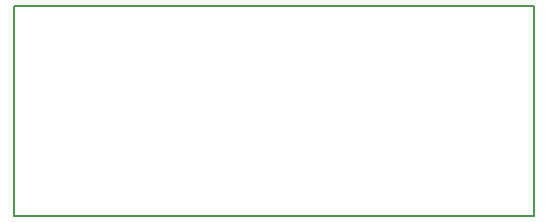
<source format=gbr>
G04 #@! TF.GenerationSoftware,KiCad,Pcbnew,5.1.4-e60b266~84~ubuntu18.04.1*
G04 #@! TF.CreationDate,2019-08-26T09:48:33-06:00*
G04 #@! TF.ProjectId,NANO33IoTV2.0,4e414e4f-3333-4496-9f54-56322e302e6b,rev?*
G04 #@! TF.SameCoordinates,Original*
G04 #@! TF.FileFunction,Profile,NP*
%FSLAX46Y46*%
G04 Gerber Fmt 4.6, Leading zero omitted, Abs format (unit mm)*
G04 Created by KiCad (PCBNEW 5.1.4-e60b266~84~ubuntu18.04.1) date 2019-08-26 09:48:33*
%MOMM*%
%LPD*%
G04 APERTURE LIST*
%ADD10C,0.150000*%
G04 APERTURE END LIST*
D10*
X126501100Y-111353600D02*
X126501100Y-93573600D01*
X126501100Y-93573600D02*
X170501100Y-93573600D01*
X170501100Y-111353600D02*
X170501100Y-93573600D01*
X170501100Y-111353600D02*
X126501100Y-111353600D01*
M02*

</source>
